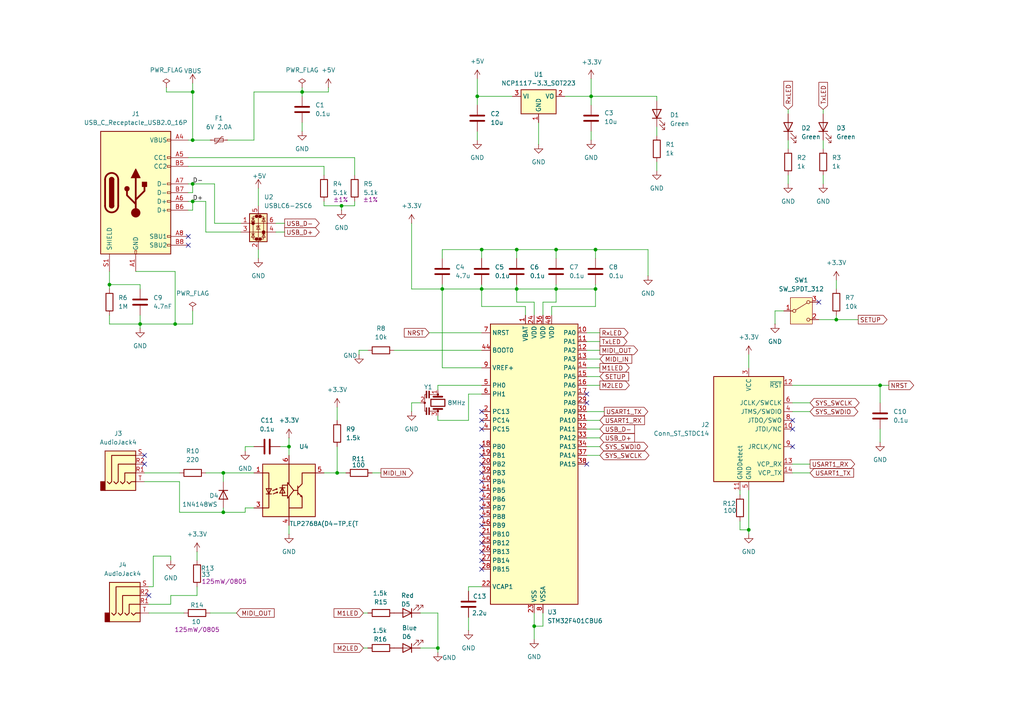
<source format=kicad_sch>
(kicad_sch (version 20231120) (generator "eeschema") (generator_version "8.0")
  (paper "A4")
  (title_block (title "MIDI2USB Converter") (date "2025-08-08") (rev "Rev 1.0.0") (company "Copyright (c) 2025 Collet Instruments") (comment 1 "License: MIT License"))
  (lib_symbols
    (symbol "Connector:Conn_ST_STDC14"
      (property "Reference" "J" (at -8.89 16.51 0))
      (property "Value" "Conn_ST_STDC14" (at 17.78 16.51 0))
      (symbol "Conn_ST_STDC14_1_1"
        (pin no_connect line (at -10.16 5.08 0) (length 2.54) hide (name "NC") (number "1"))
        (pin output line (at 12.7 0 180) (length 2.54) (name "JTDI/NC") (number "10"))
        (pin passive line (at -2.54 -17.78 90) (length 2.54) (name "GNDDetect") (number "11"))
        (pin open_collector line (at 12.7 12.7 180) (length 2.54) (name "~{RST}") (number "12"))
        (pin output line (at 12.7 -10.16 180) (length 2.54) (name "VCP_RX") (number "13"))
        (pin input line (at 12.7 -12.7 180) (length 2.54) (name "VCP_TX") (number "14"))
        (pin no_connect line (at -10.16 2.54 0) (length 2.54) hide (name "NC") (number "2"))
        (pin power_in line (at 0 17.78 270) (length 2.54) (name "VCC") (number "3"))
        (pin bidirectional line (at 12.7 5.08 180) (length 2.54) (name "JTMS/SWDIO") (number "4"))
        (pin power_in line (at 0 -17.78 90) (length 2.54) (name "GND") (number "5"))
        (pin output line (at 12.7 7.62 180) (length 2.54) (name "JCLK/SWCLK") (number "6"))
        (pin passive line (at 0 -17.78 90) (length 2.54) hide (name "GND") (number "7"))
        (pin input line (at 12.7 2.54 180) (length 2.54) (name "JTDO/SWO") (number "8"))
        (pin input line (at 12.7 -5.08 180) (length 2.54) (name "JRCLK/NC") (number "9"))
      )
    )
    (symbol "Connector:USB_C_Receptacle_USB2.0_16P" (pin_names (offset 1.016))
      (property "Reference" "J" (at 0 22.225 0))
      (property "Value" "USB_C_Receptacle_USB2.0_16P" (at 0 19.685 0))
      (symbol "USB_C_Receptacle_USB2.0_16P_1_1"
        (pin passive line (at 0 -22.86 90) (length 5.08) (name "GND") (number "A1"))
        (pin passive line (at 0 -22.86 90) (length 5.08) hide (name "GND") (number "A12"))
        (pin passive line (at 15.24 15.24 180) (length 5.08) (name "VBUS") (number "A4"))
        (pin bidirectional line (at 15.24 10.16 180) (length 5.08) (name "CC1") (number "A5"))
        (pin bidirectional line (at 15.24 -2.54 180) (length 5.08) (name "D+") (number "A6"))
        (pin bidirectional line (at 15.24 2.54 180) (length 5.08) (name "D-") (number "A7"))
        (pin bidirectional line (at 15.24 -12.7 180) (length 5.08) (name "SBU1") (number "A8"))
        (pin passive line (at 15.24 15.24 180) (length 5.08) hide (name "VBUS") (number "A9"))
        (pin passive line (at 0 -22.86 90) (length 5.08) hide (name "GND") (number "B1"))
        (pin passive line (at 0 -22.86 90) (length 5.08) hide (name "GND") (number "B12"))
        (pin passive line (at 15.24 15.24 180) (length 5.08) hide (name "VBUS") (number "B4"))
        (pin bidirectional line (at 15.24 7.62 180) (length 5.08) (name "CC2") (number "B5"))
        (pin bidirectional line (at 15.24 -5.08 180) (length 5.08) (name "D+") (number "B6"))
        (pin bidirectional line (at 15.24 0 180) (length 5.08) (name "D-") (number "B7"))
        (pin bidirectional line (at 15.24 -15.24 180) (length 5.08) (name "SBU2") (number "B8"))
        (pin passive line (at 15.24 15.24 180) (length 5.08) hide (name "VBUS") (number "B9"))
        (pin passive line (at -7.62 -22.86 90) (length 5.08) (name "SHIELD") (number "S1"))
      )
    )
    (symbol "Connector_Audio:AudioJack4"
      (property "Reference" "J" (at 0 8.89 0))
      (property "Value" "AudioJack4" (at 0 6.35 0))
      (symbol "AudioJack4_1_1"
        (pin passive line (at 5.08 -2.54 180) (length 2.54) (name "~") (number "R1"))
        (pin passive line (at 5.08 0 180) (length 2.54) (name "~") (number "R2"))
        (pin passive line (at 5.08 2.54 180) (length 2.54) (name "~") (number "S"))
        (pin passive line (at 5.08 -5.08 180) (length 2.54) (name "~") (number "T"))
      )
    )
    (symbol "Device:C" (pin_numbers hide) (pin_names (offset 0.254))
      (property "Reference" "C" (at 0.635 2.54 0))
      (property "Value" "C" (at 0.635 -2.54 0))
      (symbol "C_1_1"
        (pin passive line (at 0 3.81 270) (length 2.794) (name "~") (number "1"))
        (pin passive line (at 0 -3.81 90) (length 2.794) (name "~") (number "2"))
      )
    )
    (symbol "Device:D" (pin_numbers hide) (pin_names (offset 1.016) hide)
      (property "Reference" "D" (at 0 2.54 0))
      (property "Value" "D" (at 0 -2.54 0))
      (symbol "D_1_1"
        (pin passive line (at -3.81 0 0) (length 2.54) (name "K") (number "1"))
        (pin passive line (at 3.81 0 180) (length 2.54) (name "A") (number "2"))
      )
    )
    (symbol "Device:LED" (pin_numbers hide) (pin_names (offset 1.016) hide)
      (property "Reference" "D" (at 0 2.54 0))
      (property "Value" "LED" (at 0 -2.54 0))
      (symbol "LED_1_1"
        (pin passive line (at -3.81 0 0) (length 2.54) (name "K") (number "1"))
        (pin passive line (at 3.81 0 180) (length 2.54) (name "A") (number "2"))
      )
    )
    (symbol "Device:Polyfuse_Small" (pin_numbers hide) (pin_names (offset 0))
      (property "Reference" "F" (at -1.905 0 90))
      (property "Value" "Polyfuse_Small" (at 1.905 0 90))
      (symbol "Polyfuse_Small_1_1"
        (pin passive line (at 0 2.54 270) (length 0.635) (name "~") (number "1"))
        (pin passive line (at 0 -2.54 90) (length 0.635) (name "~") (number "2"))
      )
    )
    (symbol "Device:R" (pin_numbers hide) (pin_names (offset 0))
      (property "Reference" "R" (at 2.032 0 90))
      (property "Value" "R" (at 0 0 90))
      (symbol "R_1_1"
        (pin passive line (at 0 3.81 270) (length 1.27) (name "~") (number "1"))
        (pin passive line (at 0 -3.81 90) (length 1.27) (name "~") (number "2"))
      )
    )
    (symbol "Device:Resonator" (pin_names (offset 1.016) hide)
      (property "Reference" "Y" (at 0 5.715 0))
      (property "Value" "Resonator" (at 0 3.81 0))
      (symbol "Resonator_1_1"
        (pin passive line (at -3.81 0 0) (length 1.27) (name "1") (number "1"))
        (pin passive line (at 0 -5.08 90) (length 1.27) (name "2") (number "2"))
        (pin passive line (at 3.81 0 180) (length 1.27) (name "3") (number "3"))
      )
    )
    (symbol "Isolator:TLP2768A" (pin_names (offset 1.016) hide)
      (property "Reference" "U" (at -7.112 8.89 0))
      (property "Value" "TLP2768A" (at 1.016 9.144 0))
      (symbol "TLP2768A_1_1"
        (pin passive line (at -10.16 5.08 0) (length 2.54) (name "A") (number "1"))
        (pin no_connect line (at -7.62 0 0) (length 2.54) hide (name "NC") (number "2"))
        (pin passive line (at -10.16 -5.08 0) (length 2.54) (name "K") (number "3"))
        (pin power_in line (at 0 -10.16 90) (length 2.54) (name "GND") (number "4"))
        (pin open_collector line (at 10.16 5.08 180) (length 2.54) (name "VO") (number "5"))
        (pin power_in line (at 0 10.16 270) (length 2.54) (name "VDD") (number "6"))
      )
    )
    (symbol "MCU_ST_STM32F4:STM32F401CBUx"
      (property "Reference" "U" (at -12.7 41.91 0))
      (property "Value" "STM32F401CBUx" (at 7.62 41.91 0))
      (symbol "STM32F401CBUx_1_1"
        (pin power_in line (at -2.54 43.18 270) (length 2.54) (name "VBAT") (number "1"))
        (pin bidirectional line (at 15.24 38.1 180) (length 2.54) (name "PA0") (number "10"))
        (pin bidirectional line (at 15.24 35.56 180) (length 2.54) (name "PA1") (number "11"))
        (pin bidirectional line (at 15.24 33.02 180) (length 2.54) (name "PA2") (number "12"))
        (pin bidirectional line (at 15.24 30.48 180) (length 2.54) (name "PA3") (number "13"))
        (pin bidirectional line (at 15.24 27.94 180) (length 2.54) (name "PA4") (number "14"))
        (pin bidirectional line (at 15.24 25.4 180) (length 2.54) (name "PA5") (number "15"))
        (pin bidirectional line (at 15.24 22.86 180) (length 2.54) (name "PA6") (number "16"))
        (pin bidirectional line (at 15.24 20.32 180) (length 2.54) (name "PA7") (number "17"))
        (pin bidirectional line (at -15.24 5.08 0) (length 2.54) (name "PB0") (number "18"))
        (pin bidirectional line (at -15.24 2.54 0) (length 2.54) (name "PB1") (number "19"))
        (pin bidirectional line (at -15.24 15.24 0) (length 2.54) (name "PC13") (number "2"))
        (pin bidirectional line (at -15.24 0 0) (length 2.54) (name "PB2") (number "20"))
        (pin bidirectional line (at -15.24 -20.32 0) (length 2.54) (name "PB10") (number "21"))
        (pin power_out line (at -15.24 -35.56 0) (length 2.54) (name "VCAP1") (number "22"))
        (pin power_in line (at 0 -43.18 90) (length 2.54) (name "VSS") (number "23"))
        (pin power_in line (at 0 43.18 270) (length 2.54) (name "VDD") (number "24"))
        (pin bidirectional line (at -15.24 -22.86 0) (length 2.54) (name "PB12") (number "25"))
        (pin bidirectional line (at -15.24 -25.4 0) (length 2.54) (name "PB13") (number "26"))
        (pin bidirectional line (at -15.24 -27.94 0) (length 2.54) (name "PB14") (number "27"))
        (pin bidirectional line (at -15.24 -30.48 0) (length 2.54) (name "PB15") (number "28"))
        (pin bidirectional line (at 15.24 17.78 180) (length 2.54) (name "PA8") (number "29"))
        (pin bidirectional line (at -15.24 12.7 0) (length 2.54) (name "PC14") (number "3"))
        (pin bidirectional line (at 15.24 15.24 180) (length 2.54) (name "PA9") (number "30"))
        (pin bidirectional line (at 15.24 12.7 180) (length 2.54) (name "PA10") (number "31"))
        (pin bidirectional line (at 15.24 10.16 180) (length 2.54) (name "PA11") (number "32"))
        (pin bidirectional line (at 15.24 7.62 180) (length 2.54) (name "PA12") (number "33"))
        (pin bidirectional line (at 15.24 5.08 180) (length 2.54) (name "PA13") (number "34"))
        (pin passive line (at 0 -43.18 90) (length 2.54) hide (name "VSS") (number "35"))
        (pin power_in line (at 2.54 43.18 270) (length 2.54) (name "VDD") (number "36"))
        (pin bidirectional line (at 15.24 2.54 180) (length 2.54) (name "PA14") (number "37"))
        (pin bidirectional line (at 15.24 0 180) (length 2.54) (name "PA15") (number "38"))
        (pin bidirectional line (at -15.24 -2.54 0) (length 2.54) (name "PB3") (number "39"))
        (pin bidirectional line (at -15.24 10.16 0) (length 2.54) (name "PC15") (number "4"))
        (pin bidirectional line (at -15.24 -5.08 0) (length 2.54) (name "PB4") (number "40"))
        (pin bidirectional line (at -15.24 -7.62 0) (length 2.54) (name "PB5") (number "41"))
        (pin bidirectional line (at -15.24 -10.16 0) (length 2.54) (name "PB6") (number "42"))
        (pin bidirectional line (at -15.24 -12.7 0) (length 2.54) (name "PB7") (number "43"))
        (pin input line (at -15.24 33.02 0) (length 2.54) (name "BOOT0") (number "44"))
        (pin bidirectional line (at -15.24 -15.24 0) (length 2.54) (name "PB8") (number "45"))
        (pin bidirectional line (at -15.24 -17.78 0) (length 2.54) (name "PB9") (number "46"))
        (pin passive line (at 0 -43.18 90) (length 2.54) hide (name "VSS") (number "47"))
        (pin power_in line (at 5.08 43.18 270) (length 2.54) (name "VDD") (number "48"))
        (pin passive line (at 0 -43.18 90) (length 2.54) hide (name "VSS") (number "49"))
        (pin bidirectional line (at -15.24 22.86 0) (length 2.54) (name "PH0") (number "5"))
        (pin bidirectional line (at -15.24 20.32 0) (length 2.54) (name "PH1") (number "6"))
        (pin input line (at -15.24 38.1 0) (length 2.54) (name "NRST") (number "7"))
        (pin power_in line (at 2.54 -43.18 90) (length 2.54) (name "VSSA") (number "8"))
        (pin input line (at -15.24 27.94 0) (length 2.54) (name "VREF+") (number "9"))
      )
    )
    (symbol "Power_Protection:USBLC6-2SC6" (pin_names hide)
      (property "Reference" "U" (at 0.635 5.715 0))
      (property "Value" "USBLC6-2SC6" (at 0.635 3.81 0))
      (symbol "USBLC6-2SC6_1_1"
        (pin passive line (at -5.08 0 0) (length 2.54) (name "I/O1") (number "1"))
        (pin passive line (at 0 -7.62 90) (length 2.54) (name "GND") (number "2"))
        (pin passive line (at -5.08 -2.54 0) (length 2.54) (name "I/O2") (number "3"))
        (pin passive line (at 5.08 -2.54 180) (length 2.54) (name "I/O2") (number "4"))
        (pin passive line (at 0 5.08 270) (length 2.54) (name "VBUS") (number "5"))
        (pin passive line (at 5.08 0 180) (length 2.54) (name "I/O1") (number "6"))
      )
    )
    (symbol "Regulator_Linear:NCP1117-3.3_SOT223"
      (property "Reference" "U" (at -3.81 3.175 0))
      (property "Value" "NCP1117-3.3_SOT223" (at 0 3.175 0))
      (symbol "NCP1117-3.3_SOT223_1_1"
        (pin power_in line (at 0 -7.62 90) (length 2.54) (name "GND") (number "1"))
        (pin power_out line (at 7.62 0 180) (length 2.54) (name "VO") (number "2"))
        (pin power_in line (at -7.62 0 0) (length 2.54) (name "VI") (number "3"))
      )
    )
    (symbol "Switch:SW_SPDT_312" (pin_names (offset 1) hide)
      (property "Reference" "SW" (at 0 5.08 0))
      (property "Value" "SW_SPDT_312" (at 0 -5.08 0))
      (symbol "SW_SPDT_312_1_1"
        (pin passive line (at -5.08 0 0) (length 2.54) (name "B") (number "1"))
        (pin passive line (at 5.08 -2.54 180) (length 2.54) (name "C") (number "2"))
        (pin passive line (at 5.08 2.54 180) (length 2.54) (name "A") (number "3"))
      )
    )
    (symbol "power:+3.3V" (power) (pin_numbers hide) (pin_names (offset 0) hide)
      (property "Value" "+3.3V" (at 0 3.556 0))
      (symbol "+3.3V_1_1"
        (pin power_in line (at 0 0 90) (length 0) (name "~") (number "1"))
      )
    )
    (symbol "power:+5V" (power) (pin_numbers hide) (pin_names (offset 0) hide)
      (property "Value" "+5V" (at 0 3.556 0))
      (symbol "+5V_1_1"
        (pin power_in line (at 0 0 90) (length 0) (name "~") (number "1"))
      )
    )
    (symbol "power:GND" (power) (pin_numbers hide) (pin_names (offset 0) hide)
      (property "Value" "GND" (at 0 -3.81 0))
      (symbol "GND_1_1"
        (pin power_in line (at 0 0 270) (length 0) (name "~") (number "1"))
      )
    )
    (symbol "power:PWR_FLAG" (power) (pin_numbers hide) (pin_names (offset 0) hide)
      (property "Value" "PWR_FLAG" (at 0 3.81 0))
      (symbol "PWR_FLAG_0_0"
        (pin power_out line (at 0 0 90) (length 0) (name "~") (number "1"))
      )
    )
  )
  (junction (at 255.27 111.76))
  (junction (at 172.72 83.82))
  (junction (at 161.29 72.39))
  (junction (at 55.88 40.64))
  (junction (at 217.17 153.67))
  (junction (at 55.88 53.34))
  (junction (at 138.43 27.94))
  (junction (at 149.86 83.82))
  (junction (at 161.29 83.82))
  (junction (at 127 187.96))
  (junction (at 97.79 137.16))
  (junction (at 55.88 58.42))
  (junction (at 83.82 129.54))
  (junction (at 172.72 72.39))
  (junction (at 87.63 26.67))
  (junction (at 149.86 72.39))
  (junction (at 99.06 59.69))
  (junction (at 242.57 92.71))
  (junction (at 50.8 93.98))
  (junction (at 55.88 26.67))
  (junction (at 154.94 181.61))
  (junction (at 128.27 83.82))
  (junction (at 139.7 83.82))
  (junction (at 40.64 93.98))
  (junction (at 31.75 82.55))
  (junction (at 64.77 137.16))
  (junction (at 171.45 27.94))
  (junction (at 139.7 72.39))
  (junction (at 64.77 148.59))
  (no_connect (at 139.7 149.86))
  (no_connect (at 139.7 124.46))
  (no_connect (at 229.87 124.46))
  (no_connect (at 139.7 165.1))
  (no_connect (at 139.7 137.16))
  (no_connect (at 139.7 142.24))
  (no_connect (at 170.18 114.3))
  (no_connect (at 139.7 162.56))
  (no_connect (at 139.7 144.78))
  (no_connect (at 139.7 154.94))
  (no_connect (at 54.61 68.58))
  (no_connect (at 139.7 139.7))
  (no_connect (at 43.18 172.72))
  (no_connect (at 139.7 134.62))
  (no_connect (at 170.18 134.62))
  (no_connect (at 170.18 116.84))
  (no_connect (at 139.7 119.38))
  (no_connect (at 237.49 87.63))
  (no_connect (at 139.7 132.08))
  (no_connect (at 139.7 152.4))
  (no_connect (at 41.91 132.08))
  (no_connect (at 41.91 134.62))
  (no_connect (at 54.61 71.12))
  (no_connect (at 229.87 121.92))
  (no_connect (at 139.7 147.32))
  (no_connect (at 139.7 157.48))
  (no_connect (at 229.87 129.54))
  (no_connect (at 139.7 160.02))
  (no_connect (at 139.7 121.92))
  (no_connect (at 139.7 129.54))
  (wire (pts (xy 55.88 58.42) (xy 55.88 60.96)))
  (wire (pts (xy 104.14 101.6) (xy 104.14 102.87)))
  (wire (pts (xy 242.57 81.28) (xy 242.57 83.82)))
  (wire (pts (xy 170.18 121.92) (xy 173.99 121.92)))
  (wire (pts (xy 128.27 83.82) (xy 139.7 83.82)))
  (wire (pts (xy 71.12 147.32) (xy 73.66 147.32)))
  (wire (pts (xy 43.18 177.8) (xy 53.34 177.8)))
  (wire (pts (xy 31.75 91.44) (xy 31.75 93.98)))
  (wire (pts (xy 228.6 40.64) (xy 228.6 43.18)))
  (wire (pts (xy 190.5 46.99) (xy 190.5 49.53)))
  (wire (pts (xy 97.79 118.11) (xy 97.79 121.92)))
  (wire (pts (xy 55.88 93.98) (xy 50.8 93.98)))
  (wire (pts (xy 114.3 101.6) (xy 139.7 101.6)))
  (wire (pts (xy 172.72 83.82) (xy 172.72 88.9)))
  (wire (pts (xy 121.92 187.96) (xy 127 187.96)))
  (wire (pts (xy 190.5 27.94) (xy 190.5 29.21)))
  (wire (pts (xy 54.61 48.26) (xy 93.98 48.26)))
  (wire (pts (xy 172.72 83.82) (xy 172.72 82.55)))
  (wire (pts (xy 154.94 181.61) (xy 154.94 185.42)))
  (wire (pts (xy 229.87 111.76) (xy 255.27 111.76)))
  (wire (pts (xy 157.48 177.8) (xy 157.48 181.61)))
  (wire (pts (xy 73.66 40.64) (xy 73.66 26.67)))
  (wire (pts (xy 83.82 152.4) (xy 83.82 154.94)))
  (wire (pts (xy 121.92 116.84) (xy 119.38 116.84)))
  (wire (pts (xy 40.64 91.44) (xy 40.64 93.98)))
  (wire (pts (xy 59.69 58.42) (xy 55.88 58.42)))
  (wire (pts (xy 71.12 148.59) (xy 64.77 148.59)))
  (wire (pts (xy 139.7 72.39) (xy 149.86 72.39)))
  (wire (pts (xy 161.29 72.39) (xy 161.29 74.93)))
  (wire (pts (xy 44.45 170.18) (xy 44.45 161.29)))
  (wire (pts (xy 93.98 58.42) (xy 93.98 59.69)))
  (wire (pts (xy 138.43 38.1) (xy 138.43 40.64)))
  (wire (pts (xy 255.27 124.46) (xy 255.27 128.27)))
  (wire (pts (xy 229.87 134.62) (xy 234.95 134.62)))
  (wire (pts (xy 93.98 137.16) (xy 97.79 137.16)))
  (wire (pts (xy 170.18 96.52) (xy 173.99 96.52)))
  (wire (pts (xy 149.86 87.63) (xy 154.94 87.63)))
  (wire (pts (xy 149.86 72.39) (xy 149.86 74.93)))
  (wire (pts (xy 121.92 177.8) (xy 127 177.8)))
  (wire (pts (xy 52.07 139.7) (xy 52.07 148.59)))
  (wire (pts (xy 128.27 72.39) (xy 139.7 72.39)))
  (wire (pts (xy 31.75 93.98) (xy 40.64 93.98)))
  (wire (pts (xy 41.91 139.7) (xy 52.07 139.7)))
  (wire (pts (xy 170.18 104.14) (xy 173.99 104.14)))
  (wire (pts (xy 154.94 87.63) (xy 154.94 91.44)))
  (wire (pts (xy 138.43 27.94) (xy 138.43 30.48)))
  (wire (pts (xy 229.87 119.38) (xy 234.95 119.38)))
  (wire (pts (xy 54.61 58.42) (xy 55.88 58.42)))
  (wire (pts (xy 127 177.8) (xy 127 187.96)))
  (wire (pts (xy 228.6 50.8) (xy 228.6 53.34)))
  (wire (pts (xy 93.98 48.26) (xy 93.98 50.8)))
  (wire (pts (xy 59.69 137.16) (xy 64.77 137.16)))
  (wire (pts (xy 160.02 91.44) (xy 160.02 88.9)))
  (wire (pts (xy 55.88 40.64) (xy 60.96 40.64)))
  (wire (pts (xy 73.66 26.67) (xy 87.63 26.67)))
  (wire (pts (xy 217.17 153.67) (xy 217.17 154.94)))
  (wire (pts (xy 49.53 161.29) (xy 49.53 162.56)))
  (wire (pts (xy 128.27 83.82) (xy 119.38 83.82)))
  (wire (pts (xy 149.86 83.82) (xy 149.86 87.63)))
  (wire (pts (xy 31.75 78.74) (xy 31.75 82.55)))
  (wire (pts (xy 124.46 96.52) (xy 139.7 96.52)))
  (wire (pts (xy 172.72 72.39) (xy 187.96 72.39)))
  (wire (pts (xy 237.49 92.71) (xy 242.57 92.71)))
  (wire (pts (xy 54.61 40.64) (xy 55.88 40.64)))
  (wire (pts (xy 139.7 83.82) (xy 149.86 83.82)))
  (wire (pts (xy 55.88 24.13) (xy 55.88 26.67)))
  (wire (pts (xy 156.21 35.56) (xy 156.21 41.91)))
  (wire (pts (xy 39.37 78.74) (xy 50.8 78.74)))
  (wire (pts (xy 255.27 111.76) (xy 255.27 116.84)))
  (wire (pts (xy 64.77 137.16) (xy 73.66 137.16)))
  (wire (pts (xy 214.63 151.13) (xy 214.63 153.67)))
  (wire (pts (xy 228.6 31.75) (xy 228.6 33.02)))
  (wire (pts (xy 214.63 153.67) (xy 217.17 153.67)))
  (wire (pts (xy 139.7 114.3) (xy 135.89 114.3)))
  (wire (pts (xy 49.53 172.72) (xy 57.15 172.72)))
  (wire (pts (xy 170.18 127) (xy 173.99 127)))
  (wire (pts (xy 161.29 83.82) (xy 161.29 82.55)))
  (wire (pts (xy 119.38 116.84) (xy 119.38 119.38)))
  (wire (pts (xy 170.18 119.38) (xy 175.26 119.38)))
  (wire (pts (xy 128.27 82.55) (xy 128.27 83.82)))
  (wire (pts (xy 214.63 142.24) (xy 214.63 143.51)))
  (wire (pts (xy 71.12 129.54) (xy 71.12 130.81)))
  (wire (pts (xy 127 111.76) (xy 139.7 111.76)))
  (wire (pts (xy 139.7 82.55) (xy 139.7 83.82)))
  (wire (pts (xy 224.79 90.17) (xy 224.79 93.98)))
  (wire (pts (xy 171.45 22.86) (xy 171.45 27.94)))
  (wire (pts (xy 71.12 147.32) (xy 71.12 148.59)))
  (wire (pts (xy 149.86 72.39) (xy 161.29 72.39)))
  (wire (pts (xy 55.88 55.88) (xy 55.88 53.34)))
  (wire (pts (xy 149.86 83.82) (xy 161.29 83.82)))
  (wire (pts (xy 59.69 67.31) (xy 59.69 58.42)))
  (wire (pts (xy 161.29 83.82) (xy 161.29 87.63)))
  (wire (pts (xy 105.41 187.96) (xy 106.68 187.96)))
  (wire (pts (xy 55.88 90.17) (xy 55.88 93.98)))
  (wire (pts (xy 31.75 82.55) (xy 31.75 83.82)))
  (wire (pts (xy 127 113.03) (xy 127 111.76)))
  (wire (pts (xy 97.79 129.54) (xy 97.79 137.16)))
  (wire (pts (xy 163.83 27.94) (xy 171.45 27.94)))
  (wire (pts (xy 106.68 101.6) (xy 104.14 101.6)))
  (wire (pts (xy 128.27 83.82) (xy 128.27 106.68)))
  (wire (pts (xy 138.43 27.94) (xy 148.59 27.94)))
  (wire (pts (xy 190.5 36.83) (xy 190.5 39.37)))
  (wire (pts (xy 255.27 111.76) (xy 257.81 111.76)))
  (wire (pts (xy 64.77 137.16) (xy 64.77 139.7)))
  (wire (pts (xy 50.8 93.98) (xy 40.64 93.98)))
  (wire (pts (xy 229.87 137.16) (xy 234.95 137.16)))
  (wire (pts (xy 119.38 64.77) (xy 119.38 83.82)))
  (wire (pts (xy 80.01 67.31) (xy 82.55 67.31)))
  (wire (pts (xy 138.43 22.86) (xy 138.43 27.94)))
  (wire (pts (xy 81.28 129.54) (xy 83.82 129.54)))
  (wire (pts (xy 242.57 92.71) (xy 248.92 92.71)))
  (wire (pts (xy 83.82 129.54) (xy 83.82 132.08)))
  (wire (pts (xy 62.23 53.34) (xy 55.88 53.34)))
  (wire (pts (xy 160.02 88.9) (xy 172.72 88.9)))
  (wire (pts (xy 31.75 82.55) (xy 40.64 82.55)))
  (wire (pts (xy 55.88 26.67) (xy 55.88 40.64)))
  (wire (pts (xy 43.18 175.26) (xy 49.53 175.26)))
  (wire (pts (xy 54.61 60.96) (xy 55.88 60.96)))
  (wire (pts (xy 171.45 27.94) (xy 171.45 30.48)))
  (wire (pts (xy 60.96 177.8) (xy 68.58 177.8)))
  (wire (pts (xy 66.04 40.64) (xy 73.66 40.64)))
  (wire (pts (xy 161.29 72.39) (xy 172.72 72.39)))
  (wire (pts (xy 227.33 90.17) (xy 224.79 90.17)))
  (wire (pts (xy 87.63 26.67) (xy 95.25 26.67)))
  (wire (pts (xy 135.89 170.18) (xy 135.89 171.45)))
  (wire (pts (xy 87.63 26.67) (xy 87.63 27.94)))
  (wire (pts (xy 170.18 111.76) (xy 173.99 111.76)))
  (wire (pts (xy 102.87 45.72) (xy 102.87 50.8)))
  (wire (pts (xy 74.93 72.39) (xy 74.93 74.93)))
  (wire (pts (xy 157.48 87.63) (xy 157.48 91.44)))
  (wire (pts (xy 73.66 129.54) (xy 71.12 129.54)))
  (wire (pts (xy 80.01 64.77) (xy 82.55 64.77)))
  (wire (pts (xy 43.18 170.18) (xy 44.45 170.18)))
  (wire (pts (xy 41.91 137.16) (xy 52.07 137.16)))
  (wire (pts (xy 57.15 160.02) (xy 57.15 162.56)))
  (wire (pts (xy 238.76 31.75) (xy 238.76 33.02)))
  (wire (pts (xy 139.7 83.82) (xy 139.7 88.9)))
  (wire (pts (xy 49.53 175.26) (xy 49.53 172.72)))
  (wire (pts (xy 127 121.92) (xy 127 120.65)))
  (wire (pts (xy 242.57 91.44) (xy 242.57 92.71)))
  (wire (pts (xy 48.26 25.4) (xy 48.26 26.67)))
  (wire (pts (xy 135.89 179.07) (xy 135.89 182.88)))
  (wire (pts (xy 40.64 93.98) (xy 40.64 95.25)))
  (wire (pts (xy 64.77 148.59) (xy 64.77 147.32)))
  (wire (pts (xy 40.64 82.55) (xy 40.64 83.82)))
  (wire (pts (xy 128.27 72.39) (xy 128.27 74.93)))
  (wire (pts (xy 57.15 170.18) (xy 57.15 172.72)))
  (wire (pts (xy 139.7 72.39) (xy 139.7 74.93)))
  (wire (pts (xy 217.17 102.87) (xy 217.17 106.68)))
  (wire (pts (xy 127 121.92) (xy 135.89 121.92)))
  (wire (pts (xy 62.23 53.34) (xy 62.23 64.77)))
  (wire (pts (xy 102.87 58.42) (xy 102.87 59.69)))
  (wire (pts (xy 54.61 45.72) (xy 102.87 45.72)))
  (wire (pts (xy 128.27 106.68) (xy 139.7 106.68)))
  (wire (pts (xy 97.79 137.16) (xy 100.33 137.16)))
  (wire (pts (xy 139.7 88.9) (xy 152.4 88.9)))
  (wire (pts (xy 154.94 177.8) (xy 154.94 181.61)))
  (wire (pts (xy 87.63 25.4) (xy 87.63 26.67)))
  (wire (pts (xy 107.95 137.16) (xy 110.49 137.16)))
  (wire (pts (xy 95.25 25.4) (xy 95.25 26.67)))
  (wire (pts (xy 161.29 83.82) (xy 172.72 83.82)))
  (wire (pts (xy 154.94 181.61) (xy 157.48 181.61)))
  (wire (pts (xy 74.93 54.61) (xy 74.93 59.69)))
  (wire (pts (xy 161.29 87.63) (xy 157.48 87.63)))
  (wire (pts (xy 135.89 170.18) (xy 139.7 170.18)))
  (wire (pts (xy 83.82 127) (xy 83.82 129.54)))
  (wire (pts (xy 105.41 177.8) (xy 106.68 177.8)))
  (wire (pts (xy 149.86 82.55) (xy 149.86 83.82)))
  (wire (pts (xy 229.87 116.84) (xy 234.95 116.84)))
  (wire (pts (xy 54.61 53.34) (xy 55.88 53.34)))
  (wire (pts (xy 62.23 64.77) (xy 69.85 64.77)))
  (wire (pts (xy 238.76 50.8) (xy 238.76 53.34)))
  (wire (pts (xy 44.45 161.29) (xy 49.53 161.29)))
  (wire (pts (xy 171.45 38.1) (xy 171.45 40.64)))
  (wire (pts (xy 52.07 148.59) (xy 64.77 148.59)))
  (wire (pts (xy 187.96 72.39) (xy 187.96 80.01)))
  (wire (pts (xy 217.17 142.24) (xy 217.17 153.67)))
  (wire (pts (xy 238.76 40.64) (xy 238.76 43.18)))
  (wire (pts (xy 172.72 72.39) (xy 172.72 74.93)))
  (wire (pts (xy 87.63 35.56) (xy 87.63 38.1)))
  (wire (pts (xy 152.4 88.9) (xy 152.4 91.44)))
  (wire (pts (xy 170.18 124.46) (xy 173.99 124.46)))
  (wire (pts (xy 170.18 106.68) (xy 173.99 106.68)))
  (wire (pts (xy 170.18 101.6) (xy 173.99 101.6)))
  (wire (pts (xy 135.89 114.3) (xy 135.89 121.92)))
  (wire (pts (xy 170.18 129.54) (xy 173.99 129.54)))
  (wire (pts (xy 99.06 59.69) (xy 99.06 60.96)))
  (wire (pts (xy 127 187.96) (xy 127 189.23)))
  (wire (pts (xy 170.18 109.22) (xy 173.99 109.22)))
  (wire (pts (xy 99.06 59.69) (xy 102.87 59.69)))
  (wire (pts (xy 170.18 99.06) (xy 173.99 99.06)))
  (wire (pts (xy 171.45 27.94) (xy 190.5 27.94)))
  (wire (pts (xy 54.61 55.88) (xy 55.88 55.88)))
  (wire (pts (xy 59.69 67.31) (xy 69.85 67.31)))
  (wire (pts (xy 93.98 59.69) (xy 99.06 59.69)))
  (wire (pts (xy 48.26 26.67) (xy 55.88 26.67)))
  (wire (pts (xy 50.8 78.74) (xy 50.8 93.98)))
  (wire (pts (xy 170.18 132.08) (xy 173.99 132.08)))
  (label "D+" (at 55.88 58.42 0))
  (label "D-" (at 55.88 53.34 0))
  (global_label "TxLED" (shape output) (at 173.99 99.06 0) (property "Intersheetrefs" "${INTERSHEET_REFS}" (effects (hide yes))))
  (global_label "MIDI_IN" (shape input) (at 173.99 104.14 0) (property "Intersheetrefs" "${INTERSHEET_REFS}" (effects (hide yes))))
  (global_label "M2LED" (shape input) (at 105.41 187.96 180) (property "Intersheetrefs" "${INTERSHEET_REFS}" (effects (hide yes))))
  (global_label "SYS_SWCLK" (shape bidirectional) (at 234.95 116.84 0) (property "Intersheetrefs" "${INTERSHEET_REFS}" (effects (hide yes))))
  (global_label "USART1_RX" (shape output) (at 234.95 134.62 0) (property "Intersheetrefs" "${INTERSHEET_REFS}" (effects (hide yes))))
  (global_label "TxLED" (shape input) (at 238.76 31.75 90) (property "Intersheetrefs" "${INTERSHEET_REFS}" (effects (hide yes))))
  (global_label "USB_D-" (shape input) (at 173.99 124.46 0) (property "Intersheetrefs" "${INTERSHEET_REFS}" (effects (hide yes))))
  (global_label "M2LED" (shape output) (at 173.99 111.76 0) (property "Intersheetrefs" "${INTERSHEET_REFS}" (effects (hide yes))))
  (global_label "SETUP" (shape output) (at 248.92 92.71 0) (property "Intersheetrefs" "${INTERSHEET_REFS}" (effects (hide yes))))
  (global_label "RxLED" (shape input) (at 228.6 31.75 90) (property "Intersheetrefs" "${INTERSHEET_REFS}" (effects (hide yes))))
  (global_label "RxLED" (shape output) (at 173.99 96.52 0) (property "Intersheetrefs" "${INTERSHEET_REFS}" (effects (hide yes))))
  (global_label "USB_D-" (shape output) (at 82.55 64.77 0) (property "Intersheetrefs" "${INTERSHEET_REFS}" (effects (hide yes))))
  (global_label "USB_D+" (shape input) (at 173.99 127 0) (property "Intersheetrefs" "${INTERSHEET_REFS}" (effects (hide yes))))
  (global_label "SYS_SWDIO" (shape bidirectional) (at 173.99 129.54 0) (property "Intersheetrefs" "${INTERSHEET_REFS}" (effects (hide yes))))
  (global_label "M1LED" (shape output) (at 173.99 106.68 0) (property "Intersheetrefs" "${INTERSHEET_REFS}" (effects (hide yes))))
  (global_label "USART1_TX" (shape input) (at 234.95 137.16 0) (property "Intersheetrefs" "${INTERSHEET_REFS}" (effects (hide yes))))
  (global_label "MIDI_OUT" (shape output) (at 173.99 101.6 0) (property "Intersheetrefs" "${INTERSHEET_REFS}" (effects (hide yes))))
  (global_label "SYS_SWDIO" (shape bidirectional) (at 234.95 119.38 0) (property "Intersheetrefs" "${INTERSHEET_REFS}" (effects (hide yes))))
  (global_label "USART1_TX" (shape output) (at 175.26 119.38 0) (property "Intersheetrefs" "${INTERSHEET_REFS}" (effects (hide yes))))
  (global_label "SYS_SWCLK" (shape bidirectional) (at 173.99 132.08 0) (property "Intersheetrefs" "${INTERSHEET_REFS}" (effects (hide yes))))
  (global_label "SETUP" (shape input) (at 173.99 109.22 0) (property "Intersheetrefs" "${INTERSHEET_REFS}" (effects (hide yes))))
  (global_label "MIDI_OUT" (shape input) (at 68.58 177.8 0) (property "Intersheetrefs" "${INTERSHEET_REFS}" (effects (hide yes))))
  (global_label "NRST" (shape output) (at 257.81 111.76 0) (property "Intersheetrefs" "${INTERSHEET_REFS}" (effects (hide yes))))
  (global_label "NRST" (shape input) (at 124.46 96.52 180) (property "Intersheetrefs" "${INTERSHEET_REFS}" (effects (hide yes))))
  (global_label "USART1_RX" (shape input) (at 173.99 121.92 0) (property "Intersheetrefs" "${INTERSHEET_REFS}" (effects (hide yes))))
  (global_label "USB_D+" (shape output) (at 82.55 67.31 0) (property "Intersheetrefs" "${INTERSHEET_REFS}" (effects (hide yes))))
  (global_label "MIDI_IN" (shape output) (at 110.49 137.16 0) (property "Intersheetrefs" "${INTERSHEET_REFS}" (effects (hide yes))))
  (global_label "M1LED" (shape input) (at 105.41 177.8 180) (property "Intersheetrefs" "${INTERSHEET_REFS}" (effects (hide yes))))
  (symbol (lib_id "power:+3.3V") (at 119.38 64.77 0) (unit 1)
    (property "Reference" "#PWR014" (effects (hide yes)))
    (property "Value" "+3.3V" (at 119.38 59.69 0))
    (property "Description" "Power symbol creates a global label with name \"+3.3V\"" (effects (hide yes)))
  )
  (symbol (lib_id "Device:LED") (at 118.11 177.8 180) (unit 1)
    (property "Reference" "D5" (at 116.332 175.26 0) (effects (justify right)))
    (property "Value" "Red" (at 116.332 172.72 0) (effects (justify right)))
    (property "Footprint" "LED_SMD:LED_0402_1005Metric" (effects (hide yes)))
    (property "Description" "Light emitting diode" (effects (hide yes)))
    (property "LCSC" "C264407" (effects (hide yes)))
  )
  (symbol (lib_id "Device:C") (at 171.45 34.29 0) (unit 1)
    (property "Reference" "C3" (at 175.26 32.766 0) (effects (justify left)))
    (property "Value" "10u" (at 175.26 35.306 0) (effects (justify left)))
    (property "Footprint" "Capacitor_SMD:C_0603_1608Metric" (effects (hide yes)))
    (property "Description" "Unpolarized capacitor" (effects (hide yes)))
    (property "LCSC" "C1691" (effects (hide yes)))
  )
  (symbol (lib_id "Device:LED") (at 118.11 187.96 180) (unit 1)
    (property "Reference" "D6" (at 116.586 184.658 0) (effects (justify right)))
    (property "Value" "Blue" (at 116.586 182.118 0) (effects (justify right)))
    (property "Footprint" "LED_SMD:LED_0402_1005Metric" (effects (hide yes)))
    (property "Description" "Light emitting diode" (effects (hide yes)))
    (property "LCSC" "C131223" (effects (hide yes)))
  )
  (symbol (lib_id "power:+3.3V") (at 171.45 22.86 0) (unit 1)
    (property "Reference" "#PWR02" (effects (hide yes)))
    (property "Value" "+3.3V" (at 168.656 18.034 0) (effects (justify left)))
    (property "Description" "Power symbol creates a global label with name \"+3.3V\"" (effects (hide yes)))
  )
  (symbol (lib_id "Connector_Audio:AudioJack4") (at 36.83 134.62 0) (unit 1)
    (property "Reference" "J3" (at 34.29 125.73 0))
    (property "Value" "AudioJack4" (at 34.29 128.27 0))
    (property "Footprint" "Connector_Audio:Jack_3.5mm_PJ320D_Horizontal" (effects (hide yes)))
    (property "Description" "Audio Jack, 4 Poles (TRRS)" (effects (hide yes)))
    (property "LCSC" "C95562" (effects (hide yes)))
  )
  (symbol (lib_id "Device:C") (at 149.86 78.74 0) (unit 1)
    (property "Reference" "C6" (at 153.67 77.4699 0) (effects (justify left)))
    (property "Value" "0.1u" (at 153.67 80.0099 0) (effects (justify left)))
    (property "Footprint" "Capacitor_SMD:C_0402_1005Metric" (effects (hide yes)))
    (property "Description" "Unpolarized capacitor" (effects (hide yes)))
    (property "LCSC" "C1525" (effects (hide yes)))
  )
  (symbol (lib_id "Device:R") (at 31.75 87.63 180) (unit 1)
    (property "Reference" "R6" (at 34.29 86.3599 0) (effects (justify right)))
    (property "Value" "1M" (at 34.29 88.8999 0) (effects (justify right)))
    (property "Footprint" "Resistor_SMD:R_0402_1005Metric" (effects (hide yes)))
    (property "Description" "Resistor" (effects (hide yes)))
    (property "LCSC" "C26083" (effects (hide yes)))
  )
  (symbol (lib_id "Device:C") (at 172.72 78.74 0) (unit 1)
    (property "Reference" "C8" (at 176.53 77.4699 0) (effects (justify left)))
    (property "Value" "0.1u" (at 176.53 80.0099 0) (effects (justify left)))
    (property "Footprint" "Capacitor_SMD:C_0402_1005Metric" (effects (hide yes)))
    (property "Description" "Unpolarized capacitor" (effects (hide yes)))
    (property "LCSC" "C1525" (effects (hide yes)))
  )
  (symbol (lib_id "MCU_ST_STM32F4:STM32F401CBUx") (at 154.94 134.62 0) (unit 1)
    (property "Reference" "U3" (at 158.75 177.546 0) (effects (justify left)))
    (property "Value" "STM32F401CBU6" (at 158.75 180.086 0) (effects (justify left)))
    (property "Footprint" "Package_DFN_QFN:QFN-48-1EP_7x7mm_P0.5mm_EP5.6x5.6mm" (effects (hide yes)))
    (property "Datasheet" "https://www.st.com/resource/en/datasheet/stm32f401cb.pdf" (effects (hide yes)))
    (property "Description" "STMicroelectronics Arm Cortex-M4 MCU, 128KB flash, 64KB RAM, 84 MHz, 1.7-3.6V, 36 GPIO, UFQFPN48" (effects (hide yes)))
    (property "LCSC" "C118825" (effects (hide yes)))
  )
  (symbol (lib_id "Device:C") (at 135.89 175.26 0) (unit 1)
    (property "Reference" "C13" (at 137.16 172.974 0) (effects (justify left)))
    (property "Value" "2.2u" (at 136.906 177.8 0) (effects (justify left)))
    (property "Footprint" "Capacitor_SMD:C_0603_1608Metric" (effects (hide yes)))
    (property "Description" "Unpolarized capacitor" (effects (hide yes)))
    (property "LCSC" "C1607" (effects (hide yes)))
  )
  (symbol (lib_id "Device:Resonator") (at 127 116.84 270) (unit 1)
    (property "Reference" "Y1" (at 122.936 112.268 90) (effects (justify left)))
    (property "Value" "8MHz" (at 129.794 116.84 90) (effects (justify left)))
    (property "Footprint" "Crystal:Resonator_SMD_Murata_CSTxExxV-3Pin_3.0x1.1mm" (effects (hide yes)))
    (property "Description" "Three pin ceramic resonator" (effects (hide yes)))
    (property "LCSC" "C341524" (effects (hide yes)))
  )
  (symbol (lib_id "Device:LED") (at 238.76 36.83 90) (unit 1)
    (property "Reference" "D3" (at 242.57 37.1474 90) (effects (justify right)))
    (property "Value" "Green" (at 242.57 39.6874 90) (effects (justify right)))
    (property "Footprint" "LED_SMD:LED_0402_1005Metric" (effects (hide yes)))
    (property "Description" "Light emitting diode" (effects (hide yes)))
    (property "LCSC" "C434449" (effects (hide yes)))
  )
  (symbol (lib_id "Device:R") (at 110.49 101.6 270) (unit 1)
    (property "Reference" "R8" (at 110.49 95.25 90))
    (property "Value" "10k" (at 110.49 97.79 90))
    (property "Footprint" "Resistor_SMD:R_0402_1005Metric" (effects (hide yes)))
    (property "Description" "Resistor" (effects (hide yes)))
    (property "LCSC" "C25531" (effects (hide yes)))
  )
  (symbol (lib_id "power:GND") (at 74.93 74.93 0) (unit 1)
    (property "Reference" "#PWR016" (effects (hide yes)))
    (property "Value" "GND" (at 74.93 80.01 0))
    (property "Description" "Power symbol creates a global label with name \"GND\" , ground" (effects (hide yes)))
  )
  (symbol (lib_id "Regulator_Linear:NCP1117-3.3_SOT223") (at 156.21 27.94 0) (unit 1)
    (property "Reference" "U1" (at 156.21 21.59 0))
    (property "Value" "NCP1117-3.3_SOT223" (at 156.21 24.13 0))
    (property "Footprint" "Package_TO_SOT_SMD:SOT-223-3_TabPin2" (effects (hide yes)))
    (property "Datasheet" "http://www.onsemi.com/pub_link/Collateral/NCP1117-D.PDF" (effects (hide yes)))
    (property "Description" "1A Low drop-out regulator, Fixed Output 3.3V, SOT-223" (effects (hide yes)))
    (property "LCSC" "C26537" (effects (hide yes)))
  )
  (symbol (lib_id "Device:R") (at 57.15 166.37 0) (unit 1)
    (property "Reference" "R13" (at 60.198 164.846 0))
    (property "Value" "33" (at 59.69 166.624 0))
    (property "Footprint" "Resistor_SMD:R_0805_2012Metric" (effects (hide yes)))
    (property "Description" "Resistor" (effects (hide yes)))
    (property "LCSC" "C17634" (effects (hide yes)))
    (property "spec" "125mW/0805" (at 65.024 168.656 0))
  )
  (symbol (lib_id "Connector_Audio:AudioJack4") (at 38.1 172.72 0) (unit 1)
    (property "Reference" "J4" (at 35.56 163.83 0))
    (property "Value" "AudioJack4" (at 35.56 166.37 0))
    (property "Footprint" "Connector_Audio:Jack_3.5mm_PJ320D_Horizontal" (effects (hide yes)))
    (property "Description" "Audio Jack, 4 Poles (TRRS)" (effects (hide yes)))
    (property "LCSC" "C95562" (effects (hide yes)))
  )
  (symbol (lib_id "power:+5V") (at 138.43 22.86 0) (unit 1)
    (property "Reference" "#PWR01" (effects (hide yes)))
    (property "Value" "+5V" (at 138.43 17.78 0))
    (property "Description" "Power symbol creates a global label with name \"+5V\"" (effects (hide yes)))
  )
  (symbol (lib_id "Device:C") (at 138.43 34.29 0) (unit 1)
    (property "Reference" "C2" (at 142.24 33.0199 0) (effects (justify left)))
    (property "Value" "10u" (at 142.24 35.5599 0) (effects (justify left)))
    (property "Footprint" "Capacitor_SMD:C_0603_1608Metric" (effects (hide yes)))
    (property "Description" "Unpolarized capacitor" (effects (hide yes)))
    (property "LCSC" "C1691" (effects (hide yes)))
  )
  (symbol (lib_id "power:+3.3V") (at 83.82 127 0) (unit 1)
    (property "Reference" "#PWR023" (effects (hide yes)))
    (property "Value" "+3.3V" (at 83.82 121.92 0))
    (property "Description" "Power symbol creates a global label with name \"+3.3V\"" (effects (hide yes)))
  )
  (symbol (lib_id "power:GND") (at 127 189.23 0) (unit 1)
    (property "Reference" "#PWR031" (effects (hide yes)))
    (property "Value" "GND" (at 130.302 190.754 0))
    (property "Description" "Power symbol creates a global label with name \"GND\" , ground" (effects (hide yes)))
  )
  (symbol (lib_id "power:PWR_FLAG") (at 55.88 90.17 0) (unit 1)
    (property "Reference" "#FLG03" (effects (hide yes)))
    (property "Value" "PWR_FLAG" (at 55.88 85.09 0))
    (property "Description" "Special symbol for telling ERC where power comes from" (effects (hide yes)))
  )
  (symbol (lib_id "power:+3.3V") (at 242.57 81.28 0) (unit 1)
    (property "Reference" "#PWR033" (effects (hide yes)))
    (property "Value" "+3.3V" (at 242.57 76.2 0))
    (property "Description" "Power symbol creates a global label with name \"+3.3V\"" (effects (hide yes)))
  )
  (symbol (lib_id "power:GND") (at 119.38 119.38 0) (unit 1)
    (property "Reference" "#PWR032" (effects (hide yes)))
    (property "Value" "GND" (at 119.38 124.46 0))
    (property "Description" "Power symbol creates a global label with name \"GND\" , ground" (effects (hide yes)))
  )
  (symbol (lib_id "power:GND") (at 83.82 154.94 0) (unit 1)
    (property "Reference" "#PWR026" (effects (hide yes)))
    (property "Value" "GND" (at 83.82 160.02 0))
    (property "Description" "Power symbol creates a global label with name \"GND\" , ground" (effects (hide yes)))
  )
  (symbol (lib_id "Device:R") (at 110.49 187.96 90) (unit 1)
    (property "Reference" "R16" (at 112.268 185.42 90) (effects (justify left)))
    (property "Value" "1.5k" (at 112.268 182.88 90) (effects (justify left)))
    (property "Footprint" "Resistor_SMD:R_0402_1005Metric" (effects (hide yes)))
    (property "Description" "Resistor" (effects (hide yes)))
    (property "LCSC" "C25867" (effects (hide yes)))
  )
  (symbol (lib_id "Switch:SW_SPDT_312") (at 232.41 90.17 0) (unit 1)
    (property "Reference" "SW1" (at 232.41 81.28 0))
    (property "Value" "SW_SPDT_312" (at 232.41 83.82 0))
    (property "Footprint" "Button_Switch_SMD:SW_SPDT_PCM12" (effects (hide yes)))
    (property "Description" "Switch, single pole double throw" (effects (hide yes)))
    (property "LCSC" "C221841" (effects (hide yes)))
  )
  (symbol (lib_id "power:PWR_FLAG") (at 87.63 25.4 0) (unit 1)
    (property "Reference" "#FLG02" (effects (hide yes)))
    (property "Value" "PWR_FLAG" (at 87.63 20.32 0))
    (property "Description" "Special symbol for telling ERC where power comes from" (effects (hide yes)))
  )
  (symbol (lib_id "power:GND") (at 224.79 93.98 0) (unit 1)
    (property "Reference" "#PWR015" (effects (hide yes)))
    (property "Value" "GND" (at 224.79 99.06 0))
    (property "Description" "Power symbol creates a global label with name \"GND\" , ground" (effects (hide yes)))
  )
  (symbol (lib_id "Device:R") (at 102.87 54.61 0) (unit 1)
    (property "Reference" "R5" (at 105.41 53.3399 0) (effects (justify left)))
    (property "Value" "5.1k" (at 105.41 55.8799 0) (effects (justify left)))
    (property "Footprint" "Resistor_SMD:R_0402_1005Metric" (effects (hide yes)))
    (property "Description" "Resistor" (effects (hide yes)))
    (property "LCSC" "C25905" (effects (hide yes)))
    (property "%" "±1%" (at 107.442 57.912 0))
  )
  (symbol (lib_id "Device:R") (at 97.79 125.73 0) (unit 1)
    (property "Reference" "R9" (at 100.33 124.4599 0) (effects (justify left)))
    (property "Value" "1.5k" (at 100.33 126.9999 0) (effects (justify left)))
    (property "Footprint" "Resistor_SMD:R_0402_1005Metric" (effects (hide yes)))
    (property "Description" "Resistor" (effects (hide yes)))
    (property "LCSC" "C25867" (effects (hide yes)))
  )
  (symbol (lib_id "Device:C") (at 128.27 78.74 0) (unit 1)
    (property "Reference" "C4" (at 132.08 77.4699 0) (effects (justify left)))
    (property "Value" "4.7u" (at 132.08 80.0099 0) (effects (justify left)))
    (property "Footprint" "Capacitor_SMD:C_0603_1608Metric" (effects (hide yes)))
    (property "Description" "Unpolarized capacitor" (effects (hide yes)))
    (property "LCSC" "C1705" (effects (hide yes)))
  )
  (symbol (lib_id "power:GND") (at 71.12 130.81 0) (unit 1)
    (property "Reference" "#PWR025" (effects (hide yes)))
    (property "Value" "GND" (at 71.12 135.89 0))
    (property "Description" "Power symbol creates a global label with name \"GND\" , ground" (effects (hide yes)))
  )
  (symbol (lib_id "Device:C") (at 139.7 78.74 0) (unit 1)
    (property "Reference" "C5" (at 143.51 77.4699 0) (effects (justify left)))
    (property "Value" "0.1u" (at 143.51 80.0099 0) (effects (justify left)))
    (property "Footprint" "Capacitor_SMD:C_0402_1005Metric" (effects (hide yes)))
    (property "Description" "Unpolarized capacitor" (effects (hide yes)))
    (property "LCSC" "C1525" (effects (hide yes)))
  )
  (symbol (lib_id "Device:R") (at 55.88 137.16 90) (unit 1)
    (property "Reference" "R10" (at 55.88 130.81 90))
    (property "Value" "220" (at 55.88 133.35 90))
    (property "Footprint" "Resistor_SMD:R_0402_1005Metric" (effects (hide yes)))
    (property "Description" "Resistor" (effects (hide yes)))
    (property "LCSC" "C25091" (effects (hide yes)))
  )
  (symbol (lib_id "power:GND") (at 187.96 80.01 0) (unit 1)
    (property "Reference" "#PWR017" (effects (hide yes)))
    (property "Value" "GND" (at 187.96 85.09 0))
    (property "Description" "Power symbol creates a global label with name \"GND\" , ground" (effects (hide yes)))
  )
  (symbol (lib_id "Device:C") (at 255.27 120.65 0) (unit 1)
    (property "Reference" "C10" (at 259.08 119.3799 0) (effects (justify left)))
    (property "Value" "0.1u" (at 259.08 121.9199 0) (effects (justify left)))
    (property "Footprint" "Capacitor_SMD:C_0402_1005Metric" (effects (hide yes)))
    (property "Description" "Unpolarized capacitor" (effects (hide yes)))
    (property "LCSC" "C1525" (effects (hide yes)))
  )
  (symbol (lib_id "power:GND") (at 228.6 53.34 0) (unit 1)
    (property "Reference" "#PWR010" (effects (hide yes)))
    (property "Value" "GND" (at 228.6 58.42 0))
    (property "Description" "Power symbol creates a global label with name \"GND\" , ground" (effects (hide yes)))
  )
  (symbol (lib_id "Device:C") (at 161.29 78.74 0) (unit 1)
    (property "Reference" "C7" (at 165.1 77.4699 0) (effects (justify left)))
    (property "Value" "0.1u" (at 165.1 80.0099 0) (effects (justify left)))
    (property "Footprint" "Capacitor_SMD:C_0402_1005Metric" (effects (hide yes)))
    (property "Description" "Unpolarized capacitor" (effects (hide yes)))
    (property "LCSC" "C1525" (effects (hide yes)))
  )
  (symbol (lib_id "Device:LED") (at 190.5 33.02 90) (unit 1)
    (property "Reference" "D1" (at 194.31 33.3374 90) (effects (justify right)))
    (property "Value" "Green" (at 194.31 35.8774 90) (effects (justify right)))
    (property "Footprint" "LED_SMD:LED_0402_1005Metric" (effects (hide yes)))
    (property "Description" "Light emitting diode" (effects (hide yes)))
    (property "LCSC" "C434449" (effects (hide yes)))
  )
  (symbol (lib_id "power:GND") (at 171.45 40.64 0) (unit 1)
    (property "Reference" "#PWR07" (effects (hide yes)))
    (property "Value" "GND" (at 171.45 45.72 0))
    (property "Description" "Power symbol creates a global label with name \"GND\" , ground" (effects (hide yes)))
  )
  (symbol (lib_id "Connector:Conn_ST_STDC14") (at 217.17 124.46 0) (unit 1)
    (property "Reference" "J2" (at 205.74 123.1899 0) (effects (justify right)))
    (property "Value" "Conn_ST_STDC14" (at 205.74 125.7299 0) (effects (justify right)))
    (property "Footprint" "STDC14_SMD:STDC14_SMD" (effects (hide yes)))
    (property "Datasheet" "https://www.st.com/content/ccc/resource/technical/document/user_manual/group1/99/49/91/b6/b2/3a/46/e5/DM00526767/files/DM00526767.pdf/jcr:content/translations/en.DM00526767.pdf" (effects (hide yes)))
    (property "Description" "ST Debug Connector, standard ARM Cortex-M SWD and JTAG interface plus UART" (effects (hide yes)))
    (property "LCSC" "C42455944" (effects (hide yes)))
  )
  (symbol (lib_id "Device:R") (at 57.15 177.8 270) (unit 1)
    (property "Reference" "R14" (at 57.15 175.514 90))
    (property "Value" "10" (at 56.896 180.34 90))
    (property "Footprint" "Resistor_SMD:R_0805_2012Metric" (effects (hide yes)))
    (property "Description" "Resistor" (effects (hide yes)))
    (property "LCSC" "C17415" (effects (hide yes)))
    (property "spec" "125mW/0805" (at 57.15 182.626 90))
  )
  (symbol (lib_id "power:GND") (at 104.14 102.87 0) (unit 1)
    (property "Reference" "#PWR021" (effects (hide yes)))
    (property "Value" "GND" (at 101.6 103.124 0))
    (property "Description" "Power symbol creates a global label with name \"GND\" , ground" (effects (hide yes)))
  )
  (symbol (lib_id "Device:R") (at 214.63 147.32 0) (unit 1)
    (property "Reference" "R12" (at 209.55 146.05 0) (effects (justify left)))
    (property "Value" "100" (at 209.804 148.082 0) (effects (justify left)))
    (property "Footprint" "Resistor_SMD:R_0402_1005Metric" (effects (hide yes)))
    (property "Description" "Resistor" (effects (hide yes)))
    (property "LCSC" "C25076" (effects (hide yes)))
  )
  (symbol (lib_id "power:+5V") (at 55.88 24.13 0) (unit 1)
    (property "Reference" "#PWR03" (effects (hide yes)))
    (property "Value" "VBUS" (at 53.34 20.574 0) (effects (justify left)))
    (property "Description" "Power symbol creates a global label with name \"+5V\"" (effects (hide yes)))
  )
  (symbol (lib_id "power:GND") (at 156.21 41.91 0) (unit 1)
    (property "Reference" "#PWR08" (effects (hide yes)))
    (property "Value" "GND" (at 156.21 46.99 0))
    (property "Description" "Power symbol creates a global label with name \"GND\" , ground" (effects (hide yes)))
  )
  (symbol (lib_id "power:GND") (at 238.76 53.34 0) (unit 1)
    (property "Reference" "#PWR011" (effects (hide yes)))
    (property "Value" "GND" (at 238.76 58.42 0))
    (property "Description" "Power symbol creates a global label with name \"GND\" , ground" (effects (hide yes)))
  )
  (symbol (lib_id "power:GND") (at 99.06 60.96 0) (unit 1)
    (property "Reference" "#PWR013" (effects (hide yes)))
    (property "Value" "GND" (at 99.06 66.04 0))
    (property "Description" "Power symbol creates a global label with name \"GND\" , ground" (effects (hide yes)))
  )
  (symbol (lib_id "power:GND") (at 138.43 40.64 0) (unit 1)
    (property "Reference" "#PWR06" (effects (hide yes)))
    (property "Value" "GND" (at 138.43 45.72 0))
    (property "Description" "Power symbol creates a global label with name \"GND\" , ground" (effects (hide yes)))
  )
  (symbol (lib_id "Device:Polyfuse_Small") (at 63.5 40.64 90) (unit 1)
    (property "Reference" "F1" (at 63.5 34.29 90))
    (property "Value" "6V 2.0A" (at 63.5 36.83 90))
    (property "Footprint" "Fuse:Fuse_1206_3216Metric" (effects (hide yes)))
    (property "Description" "Resettable fuse, polymeric positive temperature coefficient, small symbol" (effects (hide yes)))
    (property "LCSC" "C20803" (effects (hide yes)))
  )
  (symbol (lib_id "power:GND") (at 154.94 185.42 0) (unit 1)
    (property "Reference" "#PWR030" (effects (hide yes)))
    (property "Value" "GND" (at 154.94 190.5 0))
    (property "Description" "Power symbol creates a global label with name \"GND\" , ground" (effects (hide yes)))
  )
  (symbol (lib_id "Device:C") (at 87.63 31.75 0) (unit 1)
    (property "Reference" "C1" (at 91.44 30.4799 0) (effects (justify left)))
    (property "Value" "0.1u" (at 91.44 33.0199 0) (effects (justify left)))
    (property "Footprint" "Capacitor_SMD:C_0402_1005Metric" (effects (hide yes)))
    (property "Description" "Unpolarized capacitor" (effects (hide yes)))
    (property "LCSC" "C1525" (effects (hide yes)))
  )
  (symbol (lib_id "Device:R") (at 110.49 177.8 90) (unit 1)
    (property "Reference" "R15" (at 112.395 174.6251 90) (effects (justify left)))
    (property "Value" "1.5k" (at 112.395 172.0851 90) (effects (justify left)))
    (property "Footprint" "Resistor_SMD:R_0402_1005Metric" (effects (hide yes)))
    (property "Description" "Resistor" (effects (hide yes)))
    (property "LCSC" "C25867" (effects (hide yes)))
  )
  (symbol (lib_id "power:GND") (at 255.27 128.27 0) (unit 1)
    (property "Reference" "#PWR024" (effects (hide yes)))
    (property "Value" "GND" (at 255.27 133.35 0))
    (property "Description" "Power symbol creates a global label with name \"GND\" , ground" (effects (hide yes)))
  )
  (symbol (lib_id "power:+3.3V") (at 97.79 118.11 0) (unit 1)
    (property "Reference" "#PWR022" (effects (hide yes)))
    (property "Value" "+3.3V" (at 97.79 113.03 0))
    (property "Description" "Power symbol creates a global label with name \"+3.3V\"" (effects (hide yes)))
  )
  (symbol (lib_id "Device:C") (at 40.64 87.63 180) (unit 1)
    (property "Reference" "C9" (at 44.45 86.3599 0) (effects (justify right)))
    (property "Value" "4.7nF" (at 44.45 88.8999 0) (effects (justify right)))
    (property "Footprint" "Capacitor_SMD:C_0402_1005Metric" (effects (hide yes)))
    (property "Description" "Unpolarized capacitor" (effects (hide yes)))
    (property "LCSC" "C1538" (effects (hide yes)))
  )
  (symbol (lib_id "power:PWR_FLAG") (at 48.26 25.4 0) (unit 1)
    (property "Reference" "#FLG01" (effects (hide yes)))
    (property "Value" "PWR_FLAG" (at 48.26 20.32 0))
    (property "Description" "Special symbol for telling ERC where power comes from" (effects (hide yes)))
  )
  (symbol (lib_id "Connector:USB_C_Receptacle_USB2.0_16P") (at 39.37 55.88 0) (unit 1)
    (property "Reference" "J1" (at 39.37 33.02 0))
    (property "Value" "USB_C_Receptacle_USB2.0_16P" (at 39.37 35.56 0))
    (property "Footprint" "Connector_USB:USB_C_Receptacle_G-Switch_GT-USB-7010ASV" (effects (hide yes)))
    (property "Datasheet" "https://www.usb.org/sites/default/files/documents/usb_type-c.zip" (effects (hide yes)))
    (property "Description" "USB 2.0-only 16P Type-C Receptacle connector" (effects (hide yes)))
    (property "LCSC" "C2988369" (effects (hide yes)))
  )
  (symbol (lib_id "Device:R") (at 242.57 87.63 180) (unit 1)
    (property "Reference" "R7" (at 245.11 86.3599 0) (effects (justify right)))
    (property "Value" "10k" (at 245.11 88.8999 0) (effects (justify right)))
    (property "Footprint" "Resistor_SMD:R_0402_1005Metric" (effects (hide yes)))
    (property "Description" "Resistor" (effects (hide yes)))
    (property "LCSC" "C25531" (effects (hide yes)))
  )
  (symbol (lib_id "power:GND") (at 40.64 95.25 0) (unit 1)
    (property "Reference" "#PWR018" (effects (hide yes)))
    (property "Value" "GND" (at 40.64 100.33 0))
    (property "Description" "Power symbol creates a global label with name \"GND\" , ground" (effects (hide yes)))
  )
  (symbol (lib_id "power:GND") (at 87.63 38.1 0) (unit 1)
    (property "Reference" "#PWR05" (effects (hide yes)))
    (property "Value" "GND" (at 87.63 43.18 0))
    (property "Description" "Power symbol creates a global label with name \"GND\" , ground" (effects (hide yes)))
  )
  (symbol (lib_id "Device:R") (at 190.5 43.18 0) (unit 1)
    (property "Reference" "R1" (at 193.04 41.9099 0) (effects (justify left)))
    (property "Value" "1k" (at 193.04 44.4499 0) (effects (justify left)))
    (property "Footprint" "Resistor_SMD:R_0402_1005Metric" (effects (hide yes)))
    (property "Description" "Resistor" (effects (hide yes)))
    (property "LCSC" "C11702" (effects (hide yes)))
  )
  (symbol (lib_id "power:+3.3V") (at 217.17 102.87 0) (unit 1)
    (property "Reference" "#PWR020" (effects (hide yes)))
    (property "Value" "+3.3V" (at 217.17 97.79 0))
    (property "Description" "Power symbol creates a global label with name \"+3.3V\"" (effects (hide yes)))
  )
  (symbol (lib_id "power:GND") (at 217.17 154.94 0) (unit 1)
    (property "Reference" "#PWR027" (effects (hide yes)))
    (property "Value" "GND" (at 217.17 160.02 0))
    (property "Description" "Power symbol creates a global label with name \"GND\" , ground" (effects (hide yes)))
  )
  (symbol (lib_id "Device:C") (at 77.47 129.54 90) (unit 1)
    (property "Reference" "C11" (at 77.47 121.92 90))
    (property "Value" "0.1u" (at 77.47 124.46 90))
    (property "Footprint" "Capacitor_SMD:C_0402_1005Metric" (effects (hide yes)))
    (property "Description" "Unpolarized capacitor" (effects (hide yes)))
    (property "LCSC" "C1525" (effects (hide yes)))
  )
  (symbol (lib_id "Device:R") (at 228.6 46.99 0) (unit 1)
    (property "Reference" "R2" (at 231.14 45.7199 0) (effects (justify left)))
    (property "Value" "1k" (at 231.14 48.2599 0) (effects (justify left)))
    (property "Footprint" "Resistor_SMD:R_0402_1005Metric" (effects (hide yes)))
    (property "Description" "Resistor" (effects (hide yes)))
    (property "LCSC" "C11702" (effects (hide yes)))
  )
  (symbol (lib_id "power:+5V") (at 74.93 54.61 0) (unit 1)
    (property "Reference" "#PWR012" (effects (hide yes)))
    (property "Value" "+5V" (at 75.184 51.054 0))
    (property "Description" "Power symbol creates a global label with name \"+5V\"" (effects (hide yes)))
  )
  (symbol (lib_id "Isolator:TLP2768A") (at 83.82 142.24 0) (unit 1)
    (property "Reference" "U4" (at 88.138 129.54 0))
    (property "Value" "TLP2768A(D4-TP,E(T" (at 93.98 151.892 0))
    (property "Footprint" "Package_SO:SO-6L_10x3.84mm_P1.27mm" (effects (hide yes)))
    (property "Datasheet" "https://toshiba.semicon-storage.com/info/docget.jsp?did=36717&prodName=TLP2768A" (effects (hide yes)))
    (property "Description" "20-Mbps high speed inverting photocouple,5 kVrms, 2.7 - 5.5 Vdd, open collector, SO-6L" (effects (hide yes)))
    (property "LCSC" "C5370532" (effects (hide yes)))
  )
  (symbol (lib_id "power:GND") (at 190.5 49.53 0) (unit 1)
    (property "Reference" "#PWR09" (effects (hide yes)))
    (property "Value" "GND" (at 190.5 54.61 0))
    (property "Description" "Power symbol creates a global label with name \"GND\" , ground" (effects (hide yes)))
  )
  (symbol (lib_id "Device:LED") (at 228.6 36.83 90) (unit 1)
    (property "Reference" "D2" (at 232.41 37.1474 90) (effects (justify right)))
    (property "Value" "Green" (at 232.41 39.6874 90) (effects (justify right)))
    (property "Footprint" "LED_SMD:LED_0402_1005Metric" (effects (hide yes)))
    (property "Description" "Light emitting diode" (effects (hide yes)))
    (property "LCSC" "C434449" (effects (hide yes)))
  )
  (symbol (lib_id "power:GND") (at 49.53 162.56 0) (unit 1)
    (property "Reference" "#PWR029" (effects (hide yes)))
    (property "Value" "GND" (at 49.53 167.64 0))
    (property "Description" "Power symbol creates a global label with name \"GND\" , ground" (effects (hide yes)))
  )
  (symbol (lib_id "power:+3.3V") (at 57.15 160.02 0) (unit 1)
    (property "Reference" "#PWR028" (effects (hide yes)))
    (property "Value" "+3.3V" (at 57.15 154.94 0))
    (property "Description" "Power symbol creates a global label with name \"+3.3V\"" (effects (hide yes)))
  )
  (symbol (lib_id "power:GND") (at 135.89 182.88 0) (unit 1)
    (property "Reference" "#PWR035" (effects (hide yes)))
    (property "Value" "GND" (at 135.89 187.96 0))
    (property "Description" "Power symbol creates a global label with name \"GND\" , ground" (effects (hide yes)))
  )
  (symbol (lib_id "power:+5V") (at 95.25 25.4 0) (unit 1)
    (property "Reference" "#PWR04" (effects (hide yes)))
    (property "Value" "+5V" (at 95.25 20.32 0))
    (property "Description" "Power symbol creates a global label with name \"+5V\"" (effects (hide yes)))
  )
  (symbol (lib_id "Device:R") (at 93.98 54.61 0) (unit 1)
    (property "Reference" "R4" (at 96.52 53.3399 0) (effects (justify left)))
    (property "Value" "5.1k" (at 96.52 55.8799 0) (effects (justify left)))
    (property "Footprint" "Resistor_SMD:R_0402_1005Metric" (effects (hide yes)))
    (property "Description" "Resistor" (effects (hide yes)))
    (property "LCSC" "C25905" (effects (hide yes)))
    (property "%" "±1%" (at 98.806 57.912 0))
  )
  (symbol (lib_id "Device:D") (at 64.77 143.51 270) (unit 1)
    (property "Reference" "D4" (at 60.706 143.764 90) (effects (justify left)))
    (property "Value" "1N4148WS" (at 52.832 146.304 90) (effects (justify left)))
    (property "Footprint" "Diode_SMD:D_SOD-323" (effects (hide yes)))
    (property "Description" "Diode" (effects (hide yes)))
    (property "Sim.Device" "D" (effects (hide yes)))
    (property "Sim.Pins" "1=K 2=A" (effects (hide yes)))
    (property "LCSC" "C2128" (effects (hide yes)))
  )
  (symbol (lib_id "Power_Protection:USBLC6-2SC6") (at 74.93 64.77 0) (unit 1)
    (property "Reference" "U2" (at 76.5811 57.15 0) (effects (justify left)))
    (property "Value" "USBLC6-2SC6" (at 76.5811 59.69 0) (effects (justify left)))
    (property "Footprint" "Package_TO_SOT_SMD:SOT-23-6" (effects (hide yes)))
    (property "Datasheet" "https://www.st.com/resource/en/datasheet/usblc6-2.pdf" (effects (hide yes)))
    (property "Description" "Very low capacitance ESD protection diode, 2 data-line, SOT-23-6" (effects (hide yes)))
    (property "LCSC" "C5310974" (effects (hide yes)))
  )
  (symbol (lib_id "Device:R") (at 238.76 46.99 0) (unit 1)
    (property "Reference" "R3" (at 241.3 45.7199 0) (effects (justify left)))
    (property "Value" "1k" (at 241.3 48.2599 0) (effects (justify left)))
    (property "Footprint" "Resistor_SMD:R_0402_1005Metric" (effects (hide yes)))
    (property "Description" "Resistor" (effects (hide yes)))
    (property "LCSC" "C11702" (effects (hide yes)))
  )
  (symbol (lib_id "Device:R") (at 104.14 137.16 90) (unit 1)
    (property "Reference" "R11" (at 105.918 133.096 90) (effects (justify left)))
    (property "Value" "100" (at 105.918 134.874 90) (effects (justify left)))
    (property "Footprint" "Resistor_SMD:R_0402_1005Metric" (effects (hide yes)))
    (property "Description" "Resistor" (effects (hide yes)))
    (property "LCSC" "C25076" (effects (hide yes)))
  )
)
</source>
